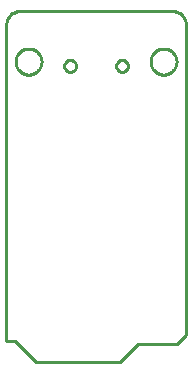
<source format=gbr>
G04 EAGLE Gerber RS-274X export*
G75*
%MOMM*%
%FSLAX34Y34*%
%LPD*%
%IN*%
%IPPOS*%
%AMOC8*
5,1,8,0,0,1.08239X$1,22.5*%
G01*
%ADD10C,0.254000*%


D10*
X-76200Y-121920D02*
X-68580Y-121920D01*
X-50800Y-139700D01*
X20320Y-139700D01*
X35560Y-124460D01*
X68580Y-124460D01*
X76200Y-116840D01*
X76200Y144780D01*
X76152Y145887D01*
X76007Y146985D01*
X75767Y148067D01*
X75434Y149124D01*
X75010Y150147D01*
X74499Y151130D01*
X73903Y152064D01*
X73229Y152943D01*
X72480Y153760D01*
X71663Y154509D01*
X70784Y155183D01*
X69850Y155779D01*
X68867Y156290D01*
X67844Y156714D01*
X66787Y157047D01*
X65705Y157287D01*
X64607Y157432D01*
X63500Y157480D01*
X-63500Y157480D01*
X-64607Y157432D01*
X-65705Y157287D01*
X-66787Y157047D01*
X-67844Y156714D01*
X-68867Y156290D01*
X-69850Y155779D01*
X-70784Y155183D01*
X-71663Y154509D01*
X-72480Y153760D01*
X-73229Y152943D01*
X-73903Y152064D01*
X-74499Y151130D01*
X-75010Y150147D01*
X-75434Y149124D01*
X-75767Y148067D01*
X-76007Y146985D01*
X-76152Y145887D01*
X-76200Y144780D01*
X-76200Y-121920D01*
X-46150Y113868D02*
X-46218Y113006D01*
X-46353Y112152D01*
X-46555Y111312D01*
X-46822Y110490D01*
X-47153Y109691D01*
X-47545Y108921D01*
X-47997Y108184D01*
X-48505Y107485D01*
X-49066Y106827D01*
X-49677Y106216D01*
X-50335Y105655D01*
X-51034Y105147D01*
X-51771Y104695D01*
X-52541Y104303D01*
X-53340Y103972D01*
X-54162Y103705D01*
X-55002Y103503D01*
X-55856Y103368D01*
X-56718Y103300D01*
X-57582Y103300D01*
X-58444Y103368D01*
X-59298Y103503D01*
X-60138Y103705D01*
X-60960Y103972D01*
X-61759Y104303D01*
X-62529Y104695D01*
X-63266Y105147D01*
X-63965Y105655D01*
X-64623Y106216D01*
X-65234Y106827D01*
X-65795Y107485D01*
X-66303Y108184D01*
X-66755Y108921D01*
X-67147Y109691D01*
X-67478Y110490D01*
X-67745Y111312D01*
X-67947Y112152D01*
X-68082Y113006D01*
X-68150Y113868D01*
X-68150Y114732D01*
X-68082Y115594D01*
X-67947Y116448D01*
X-67745Y117288D01*
X-67478Y118110D01*
X-67147Y118909D01*
X-66755Y119679D01*
X-66303Y120416D01*
X-65795Y121115D01*
X-65234Y121773D01*
X-64623Y122384D01*
X-63965Y122945D01*
X-63266Y123453D01*
X-62529Y123905D01*
X-61759Y124297D01*
X-60960Y124628D01*
X-60138Y124895D01*
X-59298Y125097D01*
X-58444Y125232D01*
X-57582Y125300D01*
X-56718Y125300D01*
X-55856Y125232D01*
X-55002Y125097D01*
X-54162Y124895D01*
X-53340Y124628D01*
X-52541Y124297D01*
X-51771Y123905D01*
X-51034Y123453D01*
X-50335Y122945D01*
X-49677Y122384D01*
X-49066Y121773D01*
X-48505Y121115D01*
X-47997Y120416D01*
X-47545Y119679D01*
X-47153Y118909D01*
X-46822Y118110D01*
X-46555Y117288D01*
X-46353Y116448D01*
X-46218Y115594D01*
X-46150Y114732D01*
X-46150Y113868D01*
X68150Y113868D02*
X68082Y113006D01*
X67947Y112152D01*
X67745Y111312D01*
X67478Y110490D01*
X67147Y109691D01*
X66755Y108921D01*
X66303Y108184D01*
X65795Y107485D01*
X65234Y106827D01*
X64623Y106216D01*
X63965Y105655D01*
X63266Y105147D01*
X62529Y104695D01*
X61759Y104303D01*
X60960Y103972D01*
X60138Y103705D01*
X59298Y103503D01*
X58444Y103368D01*
X57582Y103300D01*
X56718Y103300D01*
X55856Y103368D01*
X55002Y103503D01*
X54162Y103705D01*
X53340Y103972D01*
X52541Y104303D01*
X51771Y104695D01*
X51034Y105147D01*
X50335Y105655D01*
X49677Y106216D01*
X49066Y106827D01*
X48505Y107485D01*
X47997Y108184D01*
X47545Y108921D01*
X47153Y109691D01*
X46822Y110490D01*
X46555Y111312D01*
X46353Y112152D01*
X46218Y113006D01*
X46150Y113868D01*
X46150Y114732D01*
X46218Y115594D01*
X46353Y116448D01*
X46555Y117288D01*
X46822Y118110D01*
X47153Y118909D01*
X47545Y119679D01*
X47997Y120416D01*
X48505Y121115D01*
X49066Y121773D01*
X49677Y122384D01*
X50335Y122945D01*
X51034Y123453D01*
X51771Y123905D01*
X52541Y124297D01*
X53340Y124628D01*
X54162Y124895D01*
X55002Y125097D01*
X55856Y125232D01*
X56718Y125300D01*
X57582Y125300D01*
X58444Y125232D01*
X59298Y125097D01*
X60138Y124895D01*
X60960Y124628D01*
X61759Y124297D01*
X62529Y123905D01*
X63266Y123453D01*
X63965Y122945D01*
X64623Y122384D01*
X65234Y121773D01*
X65795Y121115D01*
X66303Y120416D01*
X66755Y119679D01*
X67147Y118909D01*
X67478Y118110D01*
X67745Y117288D01*
X67947Y116448D01*
X68082Y115594D01*
X68150Y114732D01*
X68150Y113868D01*
X17000Y110931D02*
X17063Y111489D01*
X17188Y112036D01*
X17373Y112566D01*
X17617Y113072D01*
X17916Y113548D01*
X18266Y113987D01*
X18663Y114384D01*
X19102Y114734D01*
X19578Y115033D01*
X20084Y115277D01*
X20614Y115462D01*
X21161Y115587D01*
X21719Y115650D01*
X22281Y115650D01*
X22839Y115587D01*
X23386Y115462D01*
X23916Y115277D01*
X24422Y115033D01*
X24898Y114734D01*
X25337Y114384D01*
X25734Y113987D01*
X26084Y113548D01*
X26383Y113072D01*
X26627Y112566D01*
X26812Y112036D01*
X26937Y111489D01*
X27000Y110931D01*
X27000Y110369D01*
X26937Y109811D01*
X26812Y109264D01*
X26627Y108734D01*
X26383Y108228D01*
X26084Y107752D01*
X25734Y107313D01*
X25337Y106916D01*
X24898Y106566D01*
X24422Y106267D01*
X23916Y106023D01*
X23386Y105838D01*
X22839Y105713D01*
X22281Y105650D01*
X21719Y105650D01*
X21161Y105713D01*
X20614Y105838D01*
X20084Y106023D01*
X19578Y106267D01*
X19102Y106566D01*
X18663Y106916D01*
X18266Y107313D01*
X17916Y107752D01*
X17617Y108228D01*
X17373Y108734D01*
X17188Y109264D01*
X17063Y109811D01*
X17000Y110369D01*
X17000Y110931D01*
X-27000Y110931D02*
X-26937Y111489D01*
X-26812Y112036D01*
X-26627Y112566D01*
X-26383Y113072D01*
X-26084Y113548D01*
X-25734Y113987D01*
X-25337Y114384D01*
X-24898Y114734D01*
X-24422Y115033D01*
X-23916Y115277D01*
X-23386Y115462D01*
X-22839Y115587D01*
X-22281Y115650D01*
X-21719Y115650D01*
X-21161Y115587D01*
X-20614Y115462D01*
X-20084Y115277D01*
X-19578Y115033D01*
X-19102Y114734D01*
X-18663Y114384D01*
X-18266Y113987D01*
X-17916Y113548D01*
X-17617Y113072D01*
X-17373Y112566D01*
X-17188Y112036D01*
X-17063Y111489D01*
X-17000Y110931D01*
X-17000Y110369D01*
X-17063Y109811D01*
X-17188Y109264D01*
X-17373Y108734D01*
X-17617Y108228D01*
X-17916Y107752D01*
X-18266Y107313D01*
X-18663Y106916D01*
X-19102Y106566D01*
X-19578Y106267D01*
X-20084Y106023D01*
X-20614Y105838D01*
X-21161Y105713D01*
X-21719Y105650D01*
X-22281Y105650D01*
X-22839Y105713D01*
X-23386Y105838D01*
X-23916Y106023D01*
X-24422Y106267D01*
X-24898Y106566D01*
X-25337Y106916D01*
X-25734Y107313D01*
X-26084Y107752D01*
X-26383Y108228D01*
X-26627Y108734D01*
X-26812Y109264D01*
X-26937Y109811D01*
X-27000Y110369D01*
X-27000Y110931D01*
M02*

</source>
